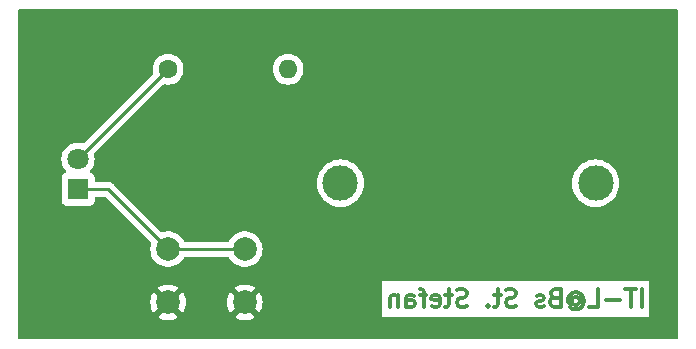
<source format=gbr>
%TF.GenerationSoftware,KiCad,Pcbnew,7.0.8*%
%TF.CreationDate,2023-10-10T10:39:53+02:00*%
%TF.ProjectId,test,74657374-2e6b-4696-9361-645f70636258,rev?*%
%TF.SameCoordinates,Original*%
%TF.FileFunction,Copper,L2,Bot*%
%TF.FilePolarity,Positive*%
%FSLAX46Y46*%
G04 Gerber Fmt 4.6, Leading zero omitted, Abs format (unit mm)*
G04 Created by KiCad (PCBNEW 7.0.8) date 2023-10-10 10:39:53*
%MOMM*%
%LPD*%
G01*
G04 APERTURE LIST*
%ADD10C,0.300000*%
%TA.AperFunction,NonConductor*%
%ADD11C,0.300000*%
%TD*%
%TA.AperFunction,ComponentPad*%
%ADD12C,3.000000*%
%TD*%
%TA.AperFunction,ComponentPad*%
%ADD13C,2.000000*%
%TD*%
%TA.AperFunction,ComponentPad*%
%ADD14C,1.600000*%
%TD*%
%TA.AperFunction,ComponentPad*%
%ADD15O,1.600000X1.600000*%
%TD*%
%TA.AperFunction,ComponentPad*%
%ADD16R,1.800000X1.800000*%
%TD*%
%TA.AperFunction,ComponentPad*%
%ADD17C,1.800000*%
%TD*%
%TA.AperFunction,Conductor*%
%ADD18C,0.250000*%
%TD*%
G04 APERTURE END LIST*
D10*
D11*
X121365489Y-68380828D02*
X121365489Y-66880828D01*
X120865488Y-66880828D02*
X120008346Y-66880828D01*
X120436917Y-68380828D02*
X120436917Y-66880828D01*
X119508346Y-67809400D02*
X118365489Y-67809400D01*
X116936917Y-68380828D02*
X117651203Y-68380828D01*
X117651203Y-68380828D02*
X117651203Y-66880828D01*
X115508345Y-67666542D02*
X115579774Y-67595114D01*
X115579774Y-67595114D02*
X115722631Y-67523685D01*
X115722631Y-67523685D02*
X115865488Y-67523685D01*
X115865488Y-67523685D02*
X116008345Y-67595114D01*
X116008345Y-67595114D02*
X116079774Y-67666542D01*
X116079774Y-67666542D02*
X116151202Y-67809400D01*
X116151202Y-67809400D02*
X116151202Y-67952257D01*
X116151202Y-67952257D02*
X116079774Y-68095114D01*
X116079774Y-68095114D02*
X116008345Y-68166542D01*
X116008345Y-68166542D02*
X115865488Y-68237971D01*
X115865488Y-68237971D02*
X115722631Y-68237971D01*
X115722631Y-68237971D02*
X115579774Y-68166542D01*
X115579774Y-68166542D02*
X115508345Y-68095114D01*
X115508345Y-67523685D02*
X115508345Y-68095114D01*
X115508345Y-68095114D02*
X115436917Y-68166542D01*
X115436917Y-68166542D02*
X115365488Y-68166542D01*
X115365488Y-68166542D02*
X115222631Y-68095114D01*
X115222631Y-68095114D02*
X115151202Y-67952257D01*
X115151202Y-67952257D02*
X115151202Y-67595114D01*
X115151202Y-67595114D02*
X115294060Y-67380828D01*
X115294060Y-67380828D02*
X115508345Y-67237971D01*
X115508345Y-67237971D02*
X115794060Y-67166542D01*
X115794060Y-67166542D02*
X116079774Y-67237971D01*
X116079774Y-67237971D02*
X116294060Y-67380828D01*
X116294060Y-67380828D02*
X116436917Y-67595114D01*
X116436917Y-67595114D02*
X116508345Y-67880828D01*
X116508345Y-67880828D02*
X116436917Y-68166542D01*
X116436917Y-68166542D02*
X116294060Y-68380828D01*
X116294060Y-68380828D02*
X116079774Y-68523685D01*
X116079774Y-68523685D02*
X115794060Y-68595114D01*
X115794060Y-68595114D02*
X115508345Y-68523685D01*
X115508345Y-68523685D02*
X115294060Y-68380828D01*
X114008346Y-67595114D02*
X113794060Y-67666542D01*
X113794060Y-67666542D02*
X113722631Y-67737971D01*
X113722631Y-67737971D02*
X113651203Y-67880828D01*
X113651203Y-67880828D02*
X113651203Y-68095114D01*
X113651203Y-68095114D02*
X113722631Y-68237971D01*
X113722631Y-68237971D02*
X113794060Y-68309400D01*
X113794060Y-68309400D02*
X113936917Y-68380828D01*
X113936917Y-68380828D02*
X114508346Y-68380828D01*
X114508346Y-68380828D02*
X114508346Y-66880828D01*
X114508346Y-66880828D02*
X114008346Y-66880828D01*
X114008346Y-66880828D02*
X113865489Y-66952257D01*
X113865489Y-66952257D02*
X113794060Y-67023685D01*
X113794060Y-67023685D02*
X113722631Y-67166542D01*
X113722631Y-67166542D02*
X113722631Y-67309400D01*
X113722631Y-67309400D02*
X113794060Y-67452257D01*
X113794060Y-67452257D02*
X113865489Y-67523685D01*
X113865489Y-67523685D02*
X114008346Y-67595114D01*
X114008346Y-67595114D02*
X114508346Y-67595114D01*
X113079774Y-68309400D02*
X112936917Y-68380828D01*
X112936917Y-68380828D02*
X112651203Y-68380828D01*
X112651203Y-68380828D02*
X112508346Y-68309400D01*
X112508346Y-68309400D02*
X112436917Y-68166542D01*
X112436917Y-68166542D02*
X112436917Y-68095114D01*
X112436917Y-68095114D02*
X112508346Y-67952257D01*
X112508346Y-67952257D02*
X112651203Y-67880828D01*
X112651203Y-67880828D02*
X112865489Y-67880828D01*
X112865489Y-67880828D02*
X113008346Y-67809400D01*
X113008346Y-67809400D02*
X113079774Y-67666542D01*
X113079774Y-67666542D02*
X113079774Y-67595114D01*
X113079774Y-67595114D02*
X113008346Y-67452257D01*
X113008346Y-67452257D02*
X112865489Y-67380828D01*
X112865489Y-67380828D02*
X112651203Y-67380828D01*
X112651203Y-67380828D02*
X112508346Y-67452257D01*
X110722631Y-68309400D02*
X110508346Y-68380828D01*
X110508346Y-68380828D02*
X110151203Y-68380828D01*
X110151203Y-68380828D02*
X110008346Y-68309400D01*
X110008346Y-68309400D02*
X109936917Y-68237971D01*
X109936917Y-68237971D02*
X109865488Y-68095114D01*
X109865488Y-68095114D02*
X109865488Y-67952257D01*
X109865488Y-67952257D02*
X109936917Y-67809400D01*
X109936917Y-67809400D02*
X110008346Y-67737971D01*
X110008346Y-67737971D02*
X110151203Y-67666542D01*
X110151203Y-67666542D02*
X110436917Y-67595114D01*
X110436917Y-67595114D02*
X110579774Y-67523685D01*
X110579774Y-67523685D02*
X110651203Y-67452257D01*
X110651203Y-67452257D02*
X110722631Y-67309400D01*
X110722631Y-67309400D02*
X110722631Y-67166542D01*
X110722631Y-67166542D02*
X110651203Y-67023685D01*
X110651203Y-67023685D02*
X110579774Y-66952257D01*
X110579774Y-66952257D02*
X110436917Y-66880828D01*
X110436917Y-66880828D02*
X110079774Y-66880828D01*
X110079774Y-66880828D02*
X109865488Y-66952257D01*
X109436917Y-67380828D02*
X108865489Y-67380828D01*
X109222632Y-66880828D02*
X109222632Y-68166542D01*
X109222632Y-68166542D02*
X109151203Y-68309400D01*
X109151203Y-68309400D02*
X109008346Y-68380828D01*
X109008346Y-68380828D02*
X108865489Y-68380828D01*
X108365489Y-68237971D02*
X108294060Y-68309400D01*
X108294060Y-68309400D02*
X108365489Y-68380828D01*
X108365489Y-68380828D02*
X108436917Y-68309400D01*
X108436917Y-68309400D02*
X108365489Y-68237971D01*
X108365489Y-68237971D02*
X108365489Y-68380828D01*
X106579774Y-68309400D02*
X106365489Y-68380828D01*
X106365489Y-68380828D02*
X106008346Y-68380828D01*
X106008346Y-68380828D02*
X105865489Y-68309400D01*
X105865489Y-68309400D02*
X105794060Y-68237971D01*
X105794060Y-68237971D02*
X105722631Y-68095114D01*
X105722631Y-68095114D02*
X105722631Y-67952257D01*
X105722631Y-67952257D02*
X105794060Y-67809400D01*
X105794060Y-67809400D02*
X105865489Y-67737971D01*
X105865489Y-67737971D02*
X106008346Y-67666542D01*
X106008346Y-67666542D02*
X106294060Y-67595114D01*
X106294060Y-67595114D02*
X106436917Y-67523685D01*
X106436917Y-67523685D02*
X106508346Y-67452257D01*
X106508346Y-67452257D02*
X106579774Y-67309400D01*
X106579774Y-67309400D02*
X106579774Y-67166542D01*
X106579774Y-67166542D02*
X106508346Y-67023685D01*
X106508346Y-67023685D02*
X106436917Y-66952257D01*
X106436917Y-66952257D02*
X106294060Y-66880828D01*
X106294060Y-66880828D02*
X105936917Y-66880828D01*
X105936917Y-66880828D02*
X105722631Y-66952257D01*
X105294060Y-67380828D02*
X104722632Y-67380828D01*
X105079775Y-66880828D02*
X105079775Y-68166542D01*
X105079775Y-68166542D02*
X105008346Y-68309400D01*
X105008346Y-68309400D02*
X104865489Y-68380828D01*
X104865489Y-68380828D02*
X104722632Y-68380828D01*
X103651203Y-68309400D02*
X103794060Y-68380828D01*
X103794060Y-68380828D02*
X104079775Y-68380828D01*
X104079775Y-68380828D02*
X104222632Y-68309400D01*
X104222632Y-68309400D02*
X104294060Y-68166542D01*
X104294060Y-68166542D02*
X104294060Y-67595114D01*
X104294060Y-67595114D02*
X104222632Y-67452257D01*
X104222632Y-67452257D02*
X104079775Y-67380828D01*
X104079775Y-67380828D02*
X103794060Y-67380828D01*
X103794060Y-67380828D02*
X103651203Y-67452257D01*
X103651203Y-67452257D02*
X103579775Y-67595114D01*
X103579775Y-67595114D02*
X103579775Y-67737971D01*
X103579775Y-67737971D02*
X104294060Y-67880828D01*
X103151203Y-67380828D02*
X102579775Y-67380828D01*
X102936918Y-68380828D02*
X102936918Y-67095114D01*
X102936918Y-67095114D02*
X102865489Y-66952257D01*
X102865489Y-66952257D02*
X102722632Y-66880828D01*
X102722632Y-66880828D02*
X102579775Y-66880828D01*
X101436918Y-68380828D02*
X101436918Y-67595114D01*
X101436918Y-67595114D02*
X101508346Y-67452257D01*
X101508346Y-67452257D02*
X101651203Y-67380828D01*
X101651203Y-67380828D02*
X101936918Y-67380828D01*
X101936918Y-67380828D02*
X102079775Y-67452257D01*
X101436918Y-68309400D02*
X101579775Y-68380828D01*
X101579775Y-68380828D02*
X101936918Y-68380828D01*
X101936918Y-68380828D02*
X102079775Y-68309400D01*
X102079775Y-68309400D02*
X102151203Y-68166542D01*
X102151203Y-68166542D02*
X102151203Y-68023685D01*
X102151203Y-68023685D02*
X102079775Y-67880828D01*
X102079775Y-67880828D02*
X101936918Y-67809400D01*
X101936918Y-67809400D02*
X101579775Y-67809400D01*
X101579775Y-67809400D02*
X101436918Y-67737971D01*
X100722632Y-67380828D02*
X100722632Y-68380828D01*
X100722632Y-67523685D02*
X100651203Y-67452257D01*
X100651203Y-67452257D02*
X100508346Y-67380828D01*
X100508346Y-67380828D02*
X100294060Y-67380828D01*
X100294060Y-67380828D02*
X100151203Y-67452257D01*
X100151203Y-67452257D02*
X100079775Y-67595114D01*
X100079775Y-67595114D02*
X100079775Y-68380828D01*
D12*
%TO.P,BAT1,S+1*%
%TO.N,Net-(BAT1-PadPos)*%
X95880000Y-57910999D03*
%TO.P,BAT1,S+2*%
X117480000Y-57910999D03*
%TD*%
D13*
%TO.P,SW1,1,1*%
%TO.N,Net-(D1-K)*%
X87780000Y-63500000D03*
X81280000Y-63500000D03*
%TO.P,SW1,2,2*%
%TO.N,Net-(BAT1-PadNeg)*%
X87780000Y-68000000D03*
X81280000Y-68000000D03*
%TD*%
D14*
%TO.P,R1,1*%
%TO.N,Net-(D1-A)*%
X81280000Y-48260000D03*
D15*
%TO.P,R1,2*%
%TO.N,Net-(BAT1-PadPos)*%
X91440000Y-48260000D03*
%TD*%
D16*
%TO.P,D1,1,K*%
%TO.N,Net-(D1-K)*%
X73660000Y-58420000D03*
D17*
%TO.P,D1,2,A*%
%TO.N,Net-(D1-A)*%
X73660000Y-55880000D03*
%TD*%
D18*
%TO.N,Net-(D1-K)*%
X81280000Y-63500000D02*
X87780000Y-63500000D01*
X73660000Y-58420000D02*
X76200000Y-58420000D01*
X76200000Y-58420000D02*
X81280000Y-63500000D01*
%TO.N,Net-(D1-A)*%
X81280000Y-48260000D02*
X73660000Y-55880000D01*
%TD*%
%TA.AperFunction,Conductor*%
%TO.N,Net-(BAT1-PadNeg)*%
G36*
X124403039Y-43199685D02*
G01*
X124448794Y-43252489D01*
X124460000Y-43304000D01*
X124460000Y-70996000D01*
X124440315Y-71063039D01*
X124387511Y-71108794D01*
X124336000Y-71120000D01*
X68704000Y-71120000D01*
X68636961Y-71100315D01*
X68591206Y-71047511D01*
X68580000Y-70996000D01*
X68580000Y-68000005D01*
X79774859Y-68000005D01*
X79795385Y-68247729D01*
X79795387Y-68247738D01*
X79856412Y-68488717D01*
X79956266Y-68716364D01*
X80056564Y-68869882D01*
X80754070Y-68172376D01*
X80756884Y-68185915D01*
X80826442Y-68320156D01*
X80929638Y-68430652D01*
X81058819Y-68509209D01*
X81110002Y-68523549D01*
X80409942Y-69223609D01*
X80456768Y-69260055D01*
X80456770Y-69260056D01*
X80675385Y-69378364D01*
X80675396Y-69378369D01*
X80910506Y-69459083D01*
X81155707Y-69500000D01*
X81404293Y-69500000D01*
X81649493Y-69459083D01*
X81884603Y-69378369D01*
X81884614Y-69378364D01*
X82103228Y-69260057D01*
X82103231Y-69260055D01*
X82150056Y-69223609D01*
X81451568Y-68525121D01*
X81568458Y-68474349D01*
X81685739Y-68378934D01*
X81772928Y-68255415D01*
X81803354Y-68169802D01*
X82503434Y-68869882D01*
X82603731Y-68716369D01*
X82703587Y-68488717D01*
X82764612Y-68247738D01*
X82764614Y-68247729D01*
X82785141Y-68000005D01*
X86274859Y-68000005D01*
X86295385Y-68247729D01*
X86295387Y-68247738D01*
X86356412Y-68488717D01*
X86456266Y-68716364D01*
X86556564Y-68869882D01*
X87254070Y-68172376D01*
X87256884Y-68185915D01*
X87326442Y-68320156D01*
X87429638Y-68430652D01*
X87558819Y-68509209D01*
X87610002Y-68523549D01*
X86909942Y-69223609D01*
X86956768Y-69260055D01*
X86956770Y-69260056D01*
X87175385Y-69378364D01*
X87175396Y-69378369D01*
X87410506Y-69459083D01*
X87655707Y-69500000D01*
X87904293Y-69500000D01*
X88149493Y-69459083D01*
X88384603Y-69378369D01*
X88384614Y-69378364D01*
X88603228Y-69260057D01*
X88603231Y-69260055D01*
X88650056Y-69223609D01*
X87951568Y-68525121D01*
X88068458Y-68474349D01*
X88185739Y-68378934D01*
X88272928Y-68255415D01*
X88303354Y-68169802D01*
X89003434Y-68869882D01*
X89103731Y-68716369D01*
X89203587Y-68488717D01*
X89264612Y-68247738D01*
X89264614Y-68247729D01*
X89285141Y-68000005D01*
X89285141Y-67999994D01*
X89264614Y-67752270D01*
X89264612Y-67752261D01*
X89203587Y-67511282D01*
X89103731Y-67283630D01*
X89003434Y-67130116D01*
X88305929Y-67827622D01*
X88303116Y-67814085D01*
X88233558Y-67679844D01*
X88130362Y-67569348D01*
X88001181Y-67490791D01*
X87949997Y-67476450D01*
X88650057Y-66776390D01*
X88650056Y-66776389D01*
X88603229Y-66739943D01*
X88384614Y-66621635D01*
X88384603Y-66621630D01*
X88149493Y-66540916D01*
X87904293Y-66500000D01*
X87655707Y-66500000D01*
X87410506Y-66540916D01*
X87175396Y-66621630D01*
X87175390Y-66621632D01*
X86956761Y-66739949D01*
X86909942Y-66776388D01*
X86909942Y-66776390D01*
X87608431Y-67474878D01*
X87491542Y-67525651D01*
X87374261Y-67621066D01*
X87287072Y-67744585D01*
X87256645Y-67830197D01*
X86556564Y-67130116D01*
X86456267Y-67283632D01*
X86356412Y-67511282D01*
X86295387Y-67752261D01*
X86295385Y-67752270D01*
X86274859Y-67999994D01*
X86274859Y-68000005D01*
X82785141Y-68000005D01*
X82785141Y-67999994D01*
X82764614Y-67752270D01*
X82764612Y-67752261D01*
X82703587Y-67511282D01*
X82603731Y-67283630D01*
X82503434Y-67130116D01*
X81805929Y-67827622D01*
X81803116Y-67814085D01*
X81733558Y-67679844D01*
X81630362Y-67569348D01*
X81501181Y-67490791D01*
X81449997Y-67476450D01*
X82150057Y-66776390D01*
X82150056Y-66776389D01*
X82103229Y-66739943D01*
X81884614Y-66621635D01*
X81884603Y-66621630D01*
X81649493Y-66540916D01*
X81404293Y-66500000D01*
X81155707Y-66500000D01*
X80910506Y-66540916D01*
X80675396Y-66621630D01*
X80675390Y-66621632D01*
X80456761Y-66739949D01*
X80409942Y-66776388D01*
X80409942Y-66776390D01*
X81108431Y-67474878D01*
X80991542Y-67525651D01*
X80874261Y-67621066D01*
X80787072Y-67744585D01*
X80756645Y-67830197D01*
X80056564Y-67130116D01*
X79956267Y-67283632D01*
X79856412Y-67511282D01*
X79795387Y-67752261D01*
X79795385Y-67752270D01*
X79774859Y-67999994D01*
X79774859Y-68000005D01*
X68580000Y-68000005D01*
X68580000Y-66225037D01*
X99424263Y-66225037D01*
X99424263Y-69245924D01*
X122015989Y-69245924D01*
X122015989Y-66225037D01*
X99424263Y-66225037D01*
X68580000Y-66225037D01*
X68580000Y-55880006D01*
X72254700Y-55880006D01*
X72273864Y-56111297D01*
X72273866Y-56111308D01*
X72330842Y-56336300D01*
X72424075Y-56548848D01*
X72551016Y-56743147D01*
X72551019Y-56743151D01*
X72551021Y-56743153D01*
X72645803Y-56846114D01*
X72676724Y-56908767D01*
X72668864Y-56978193D01*
X72624716Y-57032348D01*
X72597906Y-57046277D01*
X72517669Y-57076203D01*
X72517664Y-57076206D01*
X72402455Y-57162452D01*
X72402452Y-57162455D01*
X72316206Y-57277664D01*
X72316202Y-57277671D01*
X72265908Y-57412517D01*
X72259501Y-57472116D01*
X72259501Y-57472123D01*
X72259500Y-57472135D01*
X72259500Y-59367870D01*
X72259501Y-59367876D01*
X72265908Y-59427483D01*
X72316202Y-59562328D01*
X72316206Y-59562335D01*
X72402452Y-59677544D01*
X72402455Y-59677547D01*
X72517664Y-59763793D01*
X72517671Y-59763797D01*
X72652517Y-59814091D01*
X72652516Y-59814091D01*
X72659444Y-59814835D01*
X72712127Y-59820500D01*
X74607872Y-59820499D01*
X74667483Y-59814091D01*
X74802331Y-59763796D01*
X74917546Y-59677546D01*
X75003796Y-59562331D01*
X75054091Y-59427483D01*
X75060500Y-59367873D01*
X75060500Y-59169500D01*
X75080185Y-59102461D01*
X75132989Y-59056706D01*
X75184500Y-59045500D01*
X75889548Y-59045500D01*
X75956587Y-59065185D01*
X75977229Y-59081819D01*
X79816338Y-62920929D01*
X79849823Y-62982252D01*
X79848863Y-63039050D01*
X79794892Y-63252174D01*
X79794890Y-63252187D01*
X79774357Y-63499994D01*
X79774357Y-63500005D01*
X79794890Y-63747812D01*
X79794892Y-63747824D01*
X79855936Y-63988881D01*
X79955826Y-64216606D01*
X80091833Y-64424782D01*
X80091836Y-64424785D01*
X80260256Y-64607738D01*
X80456491Y-64760474D01*
X80675190Y-64878828D01*
X80910386Y-64959571D01*
X81155665Y-65000500D01*
X81404335Y-65000500D01*
X81649614Y-64959571D01*
X81884810Y-64878828D01*
X82103509Y-64760474D01*
X82299744Y-64607738D01*
X82468164Y-64424785D01*
X82604173Y-64216607D01*
X82604175Y-64216603D01*
X82611595Y-64199689D01*
X82656551Y-64146203D01*
X82723287Y-64125514D01*
X82725150Y-64125500D01*
X86334850Y-64125500D01*
X86401889Y-64145185D01*
X86447644Y-64197989D01*
X86448405Y-64199689D01*
X86455824Y-64216603D01*
X86591833Y-64424782D01*
X86591836Y-64424785D01*
X86760256Y-64607738D01*
X86956491Y-64760474D01*
X87175190Y-64878828D01*
X87410386Y-64959571D01*
X87655665Y-65000500D01*
X87904335Y-65000500D01*
X88149614Y-64959571D01*
X88384810Y-64878828D01*
X88603509Y-64760474D01*
X88799744Y-64607738D01*
X88968164Y-64424785D01*
X89104173Y-64216607D01*
X89204063Y-63988881D01*
X89265108Y-63747821D01*
X89285643Y-63500000D01*
X89265108Y-63252179D01*
X89204063Y-63011119D01*
X89104173Y-62783393D01*
X88968166Y-62575217D01*
X88946557Y-62551744D01*
X88799744Y-62392262D01*
X88603509Y-62239526D01*
X88603507Y-62239525D01*
X88603506Y-62239524D01*
X88384811Y-62121172D01*
X88384802Y-62121169D01*
X88149616Y-62040429D01*
X87904335Y-61999500D01*
X87655665Y-61999500D01*
X87410383Y-62040429D01*
X87175197Y-62121169D01*
X87175188Y-62121172D01*
X86956493Y-62239524D01*
X86760257Y-62392261D01*
X86591833Y-62575217D01*
X86455824Y-62783396D01*
X86448405Y-62800311D01*
X86403449Y-62853797D01*
X86336713Y-62874486D01*
X86334850Y-62874500D01*
X82725150Y-62874500D01*
X82658111Y-62854815D01*
X82612356Y-62802011D01*
X82611595Y-62800311D01*
X82604175Y-62783396D01*
X82468166Y-62575217D01*
X82446557Y-62551744D01*
X82299744Y-62392262D01*
X82103509Y-62239526D01*
X82103507Y-62239525D01*
X82103506Y-62239524D01*
X81884811Y-62121172D01*
X81884802Y-62121169D01*
X81649616Y-62040429D01*
X81404335Y-61999500D01*
X81155665Y-61999500D01*
X80910386Y-62040428D01*
X80830711Y-62067780D01*
X80760912Y-62070929D01*
X80702769Y-62038179D01*
X76700803Y-58036212D01*
X76690980Y-58023950D01*
X76690759Y-58024134D01*
X76685786Y-58018123D01*
X76635364Y-57970773D01*
X76624919Y-57960328D01*
X76614475Y-57949883D01*
X76608986Y-57945625D01*
X76604561Y-57941847D01*
X76571713Y-57911000D01*
X93874390Y-57911000D01*
X93894804Y-58196432D01*
X93955628Y-58476036D01*
X94055635Y-58744165D01*
X94192770Y-58995308D01*
X94192775Y-58995316D01*
X94364254Y-59224386D01*
X94364270Y-59224404D01*
X94566594Y-59426728D01*
X94566612Y-59426744D01*
X94795682Y-59598223D01*
X94795690Y-59598228D01*
X95046833Y-59735363D01*
X95046832Y-59735363D01*
X95046836Y-59735364D01*
X95046839Y-59735366D01*
X95314954Y-59835368D01*
X95314960Y-59835369D01*
X95314962Y-59835370D01*
X95594566Y-59896194D01*
X95594568Y-59896194D01*
X95594572Y-59896195D01*
X95848220Y-59914336D01*
X95879999Y-59916609D01*
X95880000Y-59916609D01*
X95880001Y-59916609D01*
X95908595Y-59914563D01*
X96165428Y-59896195D01*
X96445046Y-59835368D01*
X96713161Y-59735366D01*
X96964315Y-59598225D01*
X97193395Y-59426738D01*
X97395739Y-59224394D01*
X97567226Y-58995314D01*
X97704367Y-58744160D01*
X97804369Y-58476045D01*
X97865196Y-58196427D01*
X97885610Y-57911000D01*
X115474390Y-57911000D01*
X115494804Y-58196432D01*
X115555628Y-58476036D01*
X115655635Y-58744165D01*
X115792770Y-58995308D01*
X115792775Y-58995316D01*
X115964254Y-59224386D01*
X115964270Y-59224404D01*
X116166594Y-59426728D01*
X116166612Y-59426744D01*
X116395682Y-59598223D01*
X116395690Y-59598228D01*
X116646833Y-59735363D01*
X116646832Y-59735363D01*
X116646836Y-59735364D01*
X116646839Y-59735366D01*
X116914954Y-59835368D01*
X116914960Y-59835369D01*
X116914962Y-59835370D01*
X117194566Y-59896194D01*
X117194568Y-59896194D01*
X117194572Y-59896195D01*
X117448220Y-59914336D01*
X117479999Y-59916609D01*
X117480000Y-59916609D01*
X117480001Y-59916609D01*
X117508595Y-59914563D01*
X117765428Y-59896195D01*
X118045046Y-59835368D01*
X118313161Y-59735366D01*
X118564315Y-59598225D01*
X118793395Y-59426738D01*
X118995739Y-59224394D01*
X119167226Y-58995314D01*
X119304367Y-58744160D01*
X119404369Y-58476045D01*
X119465196Y-58196427D01*
X119485610Y-57910999D01*
X119465196Y-57625571D01*
X119431816Y-57472127D01*
X119404371Y-57345961D01*
X119404370Y-57345959D01*
X119404369Y-57345953D01*
X119304367Y-57077838D01*
X119287133Y-57046277D01*
X119167229Y-56826689D01*
X119167224Y-56826681D01*
X118995745Y-56597611D01*
X118995729Y-56597593D01*
X118793405Y-56395269D01*
X118793387Y-56395253D01*
X118564317Y-56223774D01*
X118564309Y-56223769D01*
X118313166Y-56086634D01*
X118313167Y-56086634D01*
X118205915Y-56046631D01*
X118045046Y-55986630D01*
X118045043Y-55986629D01*
X118045037Y-55986627D01*
X117765433Y-55925803D01*
X117480001Y-55905389D01*
X117479999Y-55905389D01*
X117194566Y-55925803D01*
X116914962Y-55986627D01*
X116646833Y-56086634D01*
X116395690Y-56223769D01*
X116395682Y-56223774D01*
X116166612Y-56395253D01*
X116166594Y-56395269D01*
X115964270Y-56597593D01*
X115964254Y-56597611D01*
X115792775Y-56826681D01*
X115792770Y-56826689D01*
X115655635Y-57077832D01*
X115555628Y-57345961D01*
X115494804Y-57625565D01*
X115474390Y-57910997D01*
X115474390Y-57911000D01*
X97885610Y-57911000D01*
X97885610Y-57910999D01*
X97865196Y-57625571D01*
X97831816Y-57472127D01*
X97804371Y-57345961D01*
X97804370Y-57345959D01*
X97804369Y-57345953D01*
X97704367Y-57077838D01*
X97687133Y-57046277D01*
X97567229Y-56826689D01*
X97567224Y-56826681D01*
X97395745Y-56597611D01*
X97395729Y-56597593D01*
X97193405Y-56395269D01*
X97193387Y-56395253D01*
X96964317Y-56223774D01*
X96964309Y-56223769D01*
X96713166Y-56086634D01*
X96713167Y-56086634D01*
X96605915Y-56046631D01*
X96445046Y-55986630D01*
X96445043Y-55986629D01*
X96445037Y-55986627D01*
X96165433Y-55925803D01*
X95880001Y-55905389D01*
X95879999Y-55905389D01*
X95594566Y-55925803D01*
X95314962Y-55986627D01*
X95046833Y-56086634D01*
X94795690Y-56223769D01*
X94795682Y-56223774D01*
X94566612Y-56395253D01*
X94566594Y-56395269D01*
X94364270Y-56597593D01*
X94364254Y-56597611D01*
X94192775Y-56826681D01*
X94192770Y-56826689D01*
X94055635Y-57077832D01*
X93955628Y-57345961D01*
X93894804Y-57625565D01*
X93874390Y-57910997D01*
X93874390Y-57911000D01*
X76571713Y-57911000D01*
X76570582Y-57909938D01*
X76570580Y-57909936D01*
X76570577Y-57909935D01*
X76553029Y-57900288D01*
X76536763Y-57889604D01*
X76520933Y-57877325D01*
X76478168Y-57858818D01*
X76472922Y-57856248D01*
X76432093Y-57833803D01*
X76432092Y-57833802D01*
X76412693Y-57828822D01*
X76394281Y-57822518D01*
X76375898Y-57814562D01*
X76375892Y-57814560D01*
X76329874Y-57807272D01*
X76324152Y-57806087D01*
X76279021Y-57794500D01*
X76279019Y-57794500D01*
X76258984Y-57794500D01*
X76239586Y-57792973D01*
X76232162Y-57791797D01*
X76219805Y-57789840D01*
X76219804Y-57789840D01*
X76173416Y-57794225D01*
X76167578Y-57794500D01*
X75184499Y-57794500D01*
X75117460Y-57774815D01*
X75071705Y-57722011D01*
X75060499Y-57670500D01*
X75060499Y-57472129D01*
X75060498Y-57472123D01*
X75060497Y-57472116D01*
X75054091Y-57412517D01*
X75029267Y-57345961D01*
X75003797Y-57277671D01*
X75003793Y-57277664D01*
X74917547Y-57162455D01*
X74917544Y-57162452D01*
X74802335Y-57076206D01*
X74802328Y-57076202D01*
X74722094Y-57046277D01*
X74666160Y-57004406D01*
X74641743Y-56938941D01*
X74656595Y-56870668D01*
X74674190Y-56846121D01*
X74768979Y-56743153D01*
X74895924Y-56548849D01*
X74989157Y-56336300D01*
X75046134Y-56111305D01*
X75046135Y-56111297D01*
X75065300Y-55880006D01*
X75065300Y-55879993D01*
X75046135Y-55648702D01*
X75046132Y-55648686D01*
X75036740Y-55611602D01*
X75008823Y-55501361D01*
X75011447Y-55431544D01*
X75041345Y-55383243D01*
X80865179Y-49559410D01*
X80926500Y-49525927D01*
X80984947Y-49527317D01*
X81053308Y-49545635D01*
X81210780Y-49559412D01*
X81279998Y-49565468D01*
X81280000Y-49565468D01*
X81280002Y-49565468D01*
X81349220Y-49559412D01*
X81506692Y-49545635D01*
X81726496Y-49486739D01*
X81932734Y-49390568D01*
X82119139Y-49260047D01*
X82280047Y-49099139D01*
X82410568Y-48912734D01*
X82506739Y-48706496D01*
X82565635Y-48486692D01*
X82585468Y-48260001D01*
X90134532Y-48260001D01*
X90154364Y-48486686D01*
X90154366Y-48486697D01*
X90213258Y-48706488D01*
X90213261Y-48706497D01*
X90309431Y-48912732D01*
X90309432Y-48912734D01*
X90439954Y-49099141D01*
X90600858Y-49260045D01*
X90600861Y-49260047D01*
X90787266Y-49390568D01*
X90993504Y-49486739D01*
X91213308Y-49545635D01*
X91370780Y-49559412D01*
X91439998Y-49565468D01*
X91440000Y-49565468D01*
X91440002Y-49565468D01*
X91509220Y-49559412D01*
X91666692Y-49545635D01*
X91886496Y-49486739D01*
X92092734Y-49390568D01*
X92279139Y-49260047D01*
X92440047Y-49099139D01*
X92570568Y-48912734D01*
X92666739Y-48706496D01*
X92725635Y-48486692D01*
X92745468Y-48260000D01*
X92725635Y-48033308D01*
X92666739Y-47813504D01*
X92570568Y-47607266D01*
X92440047Y-47420861D01*
X92440045Y-47420858D01*
X92279141Y-47259954D01*
X92092734Y-47129432D01*
X92092732Y-47129431D01*
X91886497Y-47033261D01*
X91886488Y-47033258D01*
X91666697Y-46974366D01*
X91666693Y-46974365D01*
X91666692Y-46974365D01*
X91666691Y-46974364D01*
X91666686Y-46974364D01*
X91440002Y-46954532D01*
X91439998Y-46954532D01*
X91213313Y-46974364D01*
X91213302Y-46974366D01*
X90993511Y-47033258D01*
X90993502Y-47033261D01*
X90787267Y-47129431D01*
X90787265Y-47129432D01*
X90600858Y-47259954D01*
X90439954Y-47420858D01*
X90309432Y-47607265D01*
X90309431Y-47607267D01*
X90213261Y-47813502D01*
X90213258Y-47813511D01*
X90154366Y-48033302D01*
X90154364Y-48033313D01*
X90134532Y-48259998D01*
X90134532Y-48260001D01*
X82585468Y-48260001D01*
X82585468Y-48260000D01*
X82565635Y-48033308D01*
X82506739Y-47813504D01*
X82410568Y-47607266D01*
X82280047Y-47420861D01*
X82280045Y-47420858D01*
X82119141Y-47259954D01*
X81932734Y-47129432D01*
X81932732Y-47129431D01*
X81726497Y-47033261D01*
X81726488Y-47033258D01*
X81506697Y-46974366D01*
X81506693Y-46974365D01*
X81506692Y-46974365D01*
X81506691Y-46974364D01*
X81506686Y-46974364D01*
X81280002Y-46954532D01*
X81279998Y-46954532D01*
X81053313Y-46974364D01*
X81053302Y-46974366D01*
X80833511Y-47033258D01*
X80833502Y-47033261D01*
X80627267Y-47129431D01*
X80627265Y-47129432D01*
X80440858Y-47259954D01*
X80279954Y-47420858D01*
X80149432Y-47607265D01*
X80149431Y-47607267D01*
X80053261Y-47813502D01*
X80053258Y-47813511D01*
X79994366Y-48033302D01*
X79994364Y-48033313D01*
X79974532Y-48259998D01*
X79974532Y-48260000D01*
X79994364Y-48486686D01*
X79994365Y-48486691D01*
X79994366Y-48486697D01*
X80012680Y-48555048D01*
X80011017Y-48624897D01*
X79980586Y-48674821D01*
X74158519Y-54496888D01*
X74097196Y-54530373D01*
X74030575Y-54526488D01*
X74004983Y-54517702D01*
X73852359Y-54492234D01*
X73776049Y-54479500D01*
X73543951Y-54479500D01*
X73498164Y-54487140D01*
X73315015Y-54517702D01*
X73095504Y-54593061D01*
X73095495Y-54593064D01*
X72891371Y-54703531D01*
X72891365Y-54703535D01*
X72708222Y-54846081D01*
X72708219Y-54846084D01*
X72551016Y-55016852D01*
X72424075Y-55211151D01*
X72330842Y-55423699D01*
X72273866Y-55648691D01*
X72273864Y-55648702D01*
X72254700Y-55879993D01*
X72254700Y-55880006D01*
X68580000Y-55880006D01*
X68580000Y-43304000D01*
X68599685Y-43236961D01*
X68652489Y-43191206D01*
X68704000Y-43180000D01*
X124336000Y-43180000D01*
X124403039Y-43199685D01*
G37*
%TD.AperFunction*%
%TD*%
M02*

</source>
